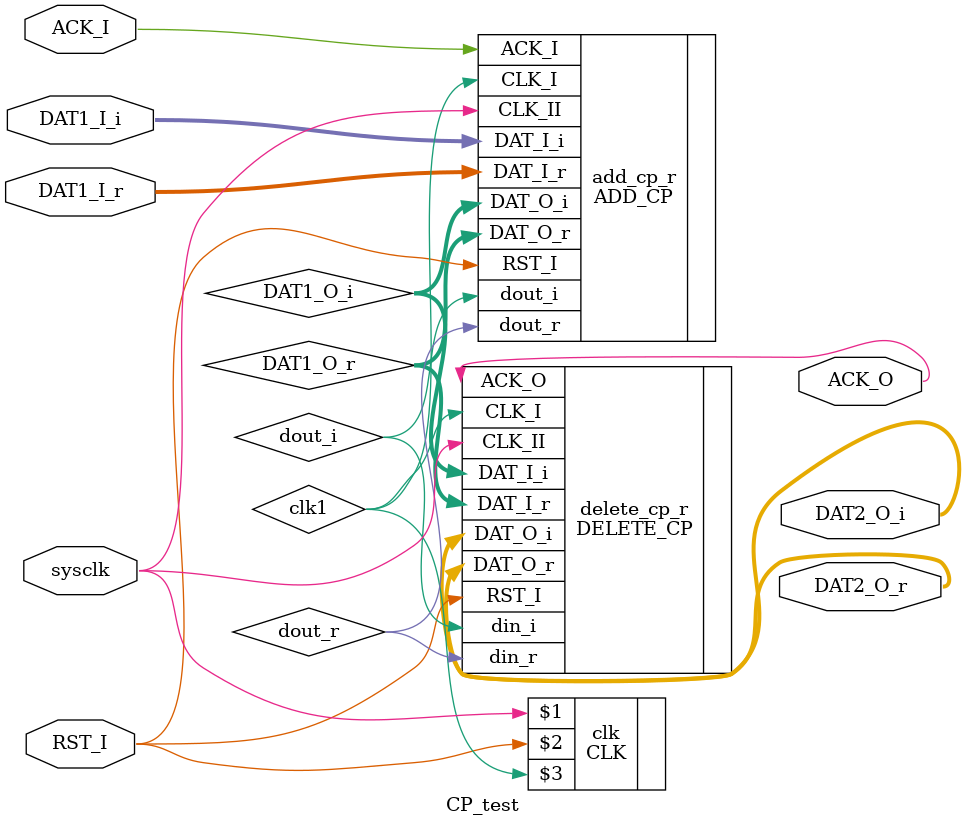
<source format=v>
module CP_test(
    input sysclk,RST_I,
    input [15:0] 	DAT1_I_r,
    input [15:0] 	DAT1_I_i,
    input	ACK_I,
    output [15:0]    DAT2_O_r,
    output [15:0]    DAT2_O_i,
    output ACK_O	);


wire [15:0]	DAT1_O_r;
wire [15:0]DAT1_O_i;
wire clk1;
reg ACK1_O;
CLK clk(sysclk,RST_I,clk1);
ADD_CP  add_cp_r(	.CLK_I(clk1),.CLK_II(sysclk), .RST_I(RST_I),.DAT_I_r(DAT1_I_r),.DAT_I_i(DAT1_I_i),
.ACK_I(ACK_I),.DAT_O_r(DAT1_O_r),.DAT_O_i(DAT1_O_i),.dout_r(dout_r),.dout_i(dout_i));

DELETE_CP delete_cp_r(.CLK_I(clk1),.CLK_II(sysclk) ,.RST_I(RST_I),.DAT_I_r(DAT1_O_r),.DAT_I_i(DAT1_O_i),
.din_r(dout_r),.din_i(dout_i),.DAT_O_r(DAT2_O_r),.DAT_O_i(DAT2_O_i),.ACK_O(ACK_O));

endmodule
</source>
